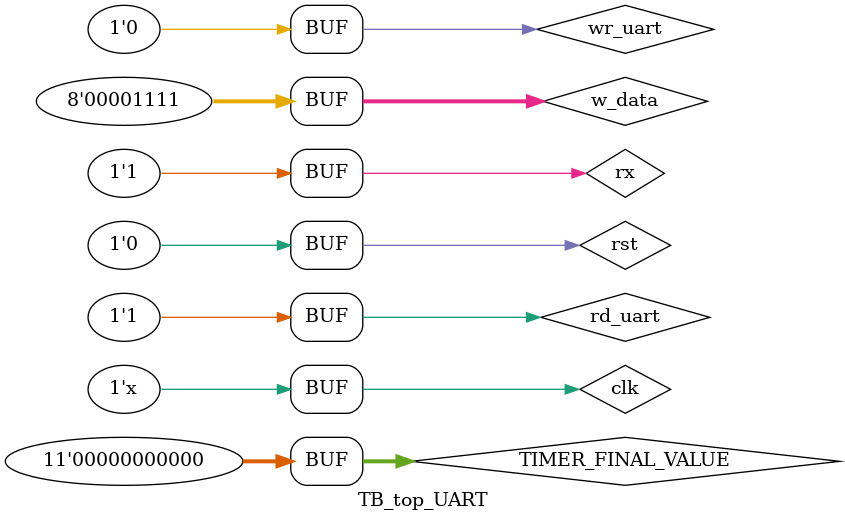
<source format=v>
`timescale 1ns / 1ps

module TB_top_UART(
    );
    reg clk;
    reg rst;
    reg rd_uart;
    reg rx;
    reg [7:0] w_data;
    reg wr_uart;
    reg [10:0] TIMER_FINAL_VALUE;
    wire [7:0] r_data;
    wire rx_empty;
    wire tx_full;
    wire tx;
        
    top_UART GEN(
        .clk(clk),
        .rst(rst),
        .rd_uart(rd_uart),
        .rx(rx),
        .w_data(w_data),
        .wr_uart(wr_uart),
        .TIMER_FINAL_VALUE(TIMER_FINAL_VALUE),
        .r_data(r_data),
        .rx_empty(rx_empty),
        .tx_full(tx_full),
        .tx(tx)
        );
        
    initial
        begin
            clk = 0;
            rst = 0;
            rd_uart = 0;
            rx = 0;
            w_data = 0;
            wr_uart = 0;
            TIMER_FINAL_VALUE = 0;
        end
    
    always
        #5 clk = ~clk;
        
    initial
        begin
            #7 rst = 1;
            #3 rst = 0;
            #10 w_data = 8'b00001111;
            #10 TIMER_FINAL_VALUE = 11'b000000000000;
            #10 wr_uart = 1;
            #10 wr_uart = 0;
            #10 rx = 1;
            #10 wr_uart = 1;
            #10 wr_uart = 0;
            #10 rd_uart = 1;
            #17;
        end
endmodule

</source>
